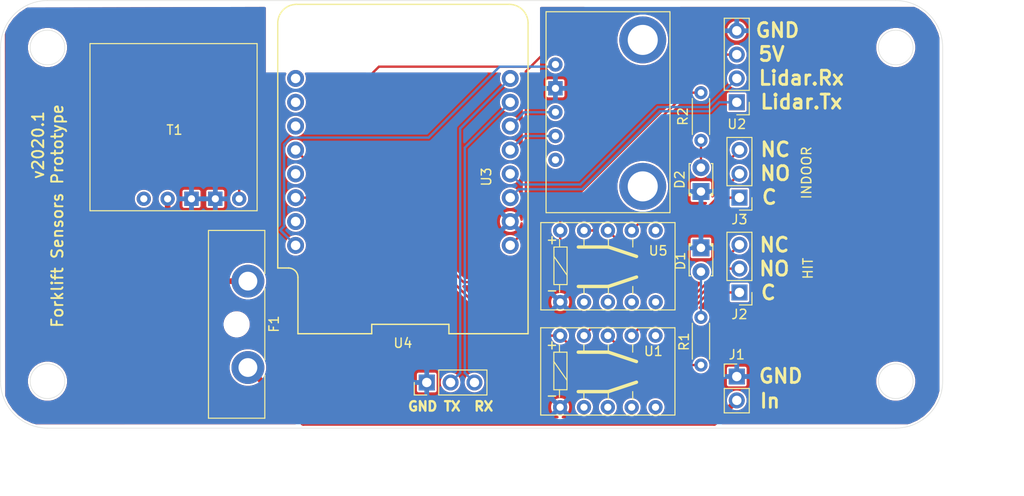
<source format=kicad_pcb>
(kicad_pcb (version 20171130) (host pcbnew "(5.1.4)-1")
  (title_block (title "Prototipo torito") (date 2020-03-03) (rev 1))
  (layers (0 F.Cu signal) (31 B.Cu signal) (34 B.Paste user) (35 F.Paste user) (36 B.SilkS user) (37 F.SilkS user) (38 B.Mask user) (39 F.Mask user) (44 Edge.Cuts user))
  (net 0 "")
  (net 1 "Net-(D1-Pad2)")
  (net 2 GND)
  (net 3 "Net-(D2-Pad2)")
  (net 4 /12V)
  (net 5 "Net-(J2-Pad3)")
  (net 6 "Net-(J2-Pad2)")
  (net 7 "Net-(J2-Pad1)")
  (net 8 "Net-(J3-Pad3)")
  (net 9 "Net-(J3-Pad2)")
  (net 10 "Net-(J3-Pad1)")
  (net 11 /hit)
  (net 12 /HitRst)
  (net 13 /5V)
  (net 14 "Net-(T1-Pad3)")
  (net 15 /3V3)
  (net 16 /Rx)
  (net 17 /Tx)
  (net 18 /SDA)
  (net 19 /SCL)
  (net 20 "Net-(U3-Pad5)")
  (net 21 "Net-(U4-Pad9)")
  (net 22 "Net-(U4-Pad11)")
  (net 23 "Net-(U4-Pad13)")
  (net 24 "Net-(U4-Pad15)")
  (net 25 "Net-(U1-Pad8)")
  (net 26 "Net-(U1-Pad6)")
  (net 27 "Net-(U1-Pad7)")
  (net 28 "Net-(U5-Pad8)")
  (net 29 "Net-(U5-Pad6)")
  (net 30 "Net-(U5-Pad7)")
  (net 31 "Net-(J4-Pad2)")
  (net 32 /indoor)
  (net 33 "Net-(J4-Pad3)")
  (net 34 "Net-(F1-Pad2)")
  (module Componentes:SEN0168 (layer F.Cu) (at 125.1 86.05 90)
    (fp_text reference U3 (at 3.81 -6.35 90) (layer F.SilkS))
    (fp_text value SEN0168)
    (fp_line (start 0 13.2) (end 0 0) (layer F.SilkS) (width 0.12))
    (fp_line (start 21.4 13.2) (end 0 13.2) (layer F.SilkS) (width 0.12))
    (fp_line (start 21.4 0) (end 21.4 13.2) (layer F.SilkS) (width 0.12))
    (fp_line (start 0 0) (end 21.4 0) (layer F.SilkS) (width 0.12))
    (pad "" thru_hole circle (at 18.4 10.3 90) (size 5 5) (drill 3.2) (layers *.Cu *.Mask))
    (pad "" thru_hole circle (at 2.8 10.3 90) (size 5 5) (drill 3.2) (layers *.Cu *.Mask))
    (pad 5 thru_hole circle (at 5.62 1 90) (size 1.524 1.524) (drill 0.762) (layers *.Cu *.Mask) (net 20 "Net-(U3-Pad5)"))
    (pad 4 thru_hole circle (at 8.16 1 90) (size 1.524 1.524) (drill 0.762) (layers *.Cu *.Mask) (net 18 /SDA))
    (pad 1 thru_hole circle (at 15.78 1 90) (size 1.524 1.524) (drill 0.762) (layers *.Cu *.Mask) (net 15 /3V3))
    (pad 2 thru_hole rect (at 13.24 1 90) (size 1.524 1.524) (drill 0.762) (layers *.Cu *.Mask) (net 2 GND))
    (pad 3 thru_hole circle (at 10.7 1 90) (size 1.524 1.524) (drill 0.762) (layers *.Cu *.Mask) (net 19 /SCL))
  )
  (module Componentes:RSM850_Relay (layer F.Cu) (at 124.53 98.31)
    (fp_text reference U1 (at 12 2.5) (layer F.SilkS))
    (fp_text value RSM850_Relay)
    (fp_line (start 7.2 6.8) (end 10.2 5.8) (layer F.SilkS) (width 0.36))
    (fp_line (start 4 6.8) (end 7.2 6.8) (layer F.SilkS) (width 0.36))
    (fp_line (start 4.6 6.8) (end 4.6 7.6) (layer F.SilkS) (width 0.12))
    (fp_line (start 7.2 6.8) (end 7.2 7.6) (layer F.SilkS) (width 0.12))
    (fp_line (start 9.8 6.8) (end 9.8 7.6) (layer F.SilkS) (width 0.12))
    (fp_line (start 9.8 2.6) (end 9.8 1.8) (layer F.SilkS) (width 0.12))
    (fp_line (start 7.2 2.6) (end 7.2 1.8) (layer F.SilkS) (width 0.12))
    (fp_line (start 4.6 2.6) (end 4.6 1.8) (layer F.SilkS) (width 0.12))
    (fp_line (start 7.2 2.6) (end 10.2 3.6) (layer F.SilkS) (width 0.36))
    (fp_line (start 4 2.6) (end 7.2 2.6) (layer F.SilkS) (width 0.36))
    (fp_text user - (at 1.2 7.2) (layer F.SilkS))
    (fp_text user + (at 1.2 1.8) (layer F.SilkS))
    (fp_line (start 2 6.6) (end 2 7.4) (layer F.SilkS) (width 0.12))
    (fp_line (start 2 2.6) (end 2 1.8) (layer F.SilkS) (width 0.12))
    (fp_line (start 1.4 3.6) (end 2.8 5.6) (layer F.SilkS) (width 0.12))
    (fp_line (start 1.4 2.6) (end 1.6 2.6) (layer F.SilkS) (width 0.12))
    (fp_line (start 1.4 6.6) (end 1.4 2.6) (layer F.SilkS) (width 0.12))
    (fp_line (start 2.8 6.6) (end 1.4 6.6) (layer F.SilkS) (width 0.12))
    (fp_line (start 2.8 2.6) (end 2.8 6.6) (layer F.SilkS) (width 0.12))
    (fp_line (start 1.6 2.6) (end 2.8 2.6) (layer F.SilkS) (width 0.12))
    (fp_line (start 0 9.3) (end 0 0) (layer F.SilkS) (width 0.12))
    (fp_line (start 14.3 9.3) (end 0 9.3) (layer F.SilkS) (width 0.12))
    (fp_line (start 14.3 0) (end 14.3 9.3) (layer F.SilkS) (width 0.12))
    (fp_line (start 0 0) (end 14.3 0) (layer F.SilkS) (width 0.12))
    (pad "" thru_hole circle (at 12.23 8.46) (size 1.524 1.524) (drill 0.762) (layers *.Cu *.Mask))
    (pad 8 thru_hole circle (at 9.69 8.46) (size 1.524 1.524) (drill 0.762) (layers *.Cu *.Mask) (net 25 "Net-(U1-Pad8)"))
    (pad 2 thru_hole circle (at 2.07 8.46) (size 1.524 1.524) (drill 0.762) (layers *.Cu *.Mask) (net 2 GND))
    (pad 6 thru_hole circle (at 4.61 8.46) (size 1.524 1.524) (drill 0.762) (layers *.Cu *.Mask) (net 26 "Net-(U1-Pad6)"))
    (pad 7 thru_hole circle (at 7.15 8.46) (size 1.524 1.524) (drill 0.762) (layers *.Cu *.Mask) (net 27 "Net-(U1-Pad7)"))
    (pad 1 thru_hole circle (at 2.07 0.84) (size 1.524 1.524) (drill 0.762) (layers *.Cu *.Mask) (net 11 /hit))
    (pad 3 thru_hole circle (at 4.61 0.84) (size 1.524 1.524) (drill 0.762) (layers *.Cu *.Mask) (net 5 "Net-(J2-Pad3)"))
    (pad "" thru_hole circle (at 12.23 0.84) (size 1.524 1.524) (drill 0.762) (layers *.Cu *.Mask))
    (pad 5 thru_hole circle (at 9.69 0.84) (size 1.524 1.524) (drill 0.762) (layers *.Cu *.Mask) (net 6 "Net-(J2-Pad2)"))
    (pad 4 thru_hole circle (at 7.15 0.84) (size 1.524 1.524) (drill 0.762) (layers *.Cu *.Mask) (net 7 "Net-(J2-Pad1)"))
  )
  (module Wemos:wemos-d1-mini-with-pin-header-and-connector (layer F.Cu) (at 109.855 80.645 90)
    (fp_text reference U4 (at -19.3 0) (layer F.SilkS))
    (fp_text value WeMos_mini)
    (fp_line (start -11.3 -13.33) (end -11.3 -13.33) (layer F.SilkS) (width 0.15))
    (fp_line (start -11.3 -12.17) (end -11.3 -13.33) (layer F.SilkS) (width 0.15))
    (fp_arc (start -12.3 -12.18) (end -11.3 -12.18) (angle 90) (layer F.SilkS) (width 0.15))
    (fp_line (start -18.3 -11.18) (end -12.3 -11.18) (layer F.SilkS) (width 0.15))
    (fp_arc (start 14.78 11.33) (end 16.78 11.33) (angle 90) (layer F.SilkS) (width 0.15))
    (fp_arc (start 14.78 -11.33) (end 14.78 -13.33) (angle 90) (layer F.SilkS) (width 0.15))
    (fp_line (start -18.3 4.9) (end -18.3 13.329999) (layer F.SilkS) (width 0.15))
    (fp_line (start -17.3 4.9) (end -18.3 4.9) (layer F.SilkS) (width 0.15))
    (fp_line (start -17.3 -3.32) (end -17.3 4.9) (layer F.SilkS) (width 0.15))
    (fp_line (start -18.3 -3.32) (end -17.3 -3.32) (layer F.SilkS) (width 0.15))
    (fp_line (start -18.3 -11.18) (end -18.3 -3.32) (layer F.SilkS) (width 0.15))
    (fp_line (start 14.78 -13.33) (end -11.3 -13.33) (layer F.SilkS) (width 0.15))
    (fp_line (start 16.78 11.33) (end 16.78 -11.33) (layer F.SilkS) (width 0.15))
    (fp_line (start -18.3 13.33) (end 14.78 13.33) (layer F.SilkS) (width 0.15))
    (pad 8 thru_hole circle (at 8.89 11.43 90) (size 1.8 1.8) (drill 1.016) (layers *.Cu *.Mask) (net 31 "Net-(J4-Pad2)"))
    (pad 9 thru_hole circle (at 8.89 -11.43 90) (size 1.8 1.8) (drill 1.016) (layers *.Cu *.Mask) (net 21 "Net-(U4-Pad9)"))
    (pad 7 thru_hole circle (at 6.35 11.43 90) (size 1.8 1.8) (drill 1.016) (layers *.Cu *.Mask) (net 33 "Net-(J4-Pad3)"))
    (pad 10 thru_hole circle (at 6.35 -11.43 90) (size 1.8 1.8) (drill 1.016) (layers *.Cu *.Mask) (net 12 /HitRst))
    (pad 6 thru_hole circle (at 3.81 11.43 90) (size 1.8 1.8) (drill 1.016) (layers *.Cu *.Mask) (net 19 /SCL))
    (pad 11 thru_hole circle (at 3.81 -11.43 90) (size 1.8 1.8) (drill 1.016) (layers *.Cu *.Mask) (net 22 "Net-(U4-Pad11)"))
    (pad 5 thru_hole circle (at 1.27 11.43 90) (size 1.8 1.8) (drill 1.016) (layers *.Cu *.Mask) (net 18 /SDA))
    (pad 12 thru_hole circle (at 1.27 -11.43 90) (size 1.8 1.8) (drill 1.016) (layers *.Cu *.Mask) (net 32 /indoor))
    (pad 4 thru_hole circle (at -1.27 11.43 90) (size 1.8 1.8) (drill 1.016) (layers *.Cu *.Mask) (net 17 /Tx))
    (pad 13 thru_hole circle (at -1.27 -11.43 90) (size 1.8 1.8) (drill 1.016) (layers *.Cu *.Mask) (net 23 "Net-(U4-Pad13)"))
    (pad 3 thru_hole circle (at -3.81 11.43 90) (size 1.8 1.8) (drill 1.016) (layers *.Cu *.Mask) (net 16 /Rx))
    (pad 14 thru_hole circle (at -3.81 -11.43 90) (size 1.8 1.8) (drill 1.016) (layers *.Cu *.Mask) (net 11 /hit))
    (pad 2 thru_hole circle (at -6.35 11.43 90) (size 1.8 1.8) (drill 1.016) (layers *.Cu *.Mask) (net 2 GND))
    (pad 15 thru_hole circle (at -6.35 -11.43 90) (size 1.8 1.8) (drill 1.016) (layers *.Cu *.Mask) (net 24 "Net-(U4-Pad15)"))
    (pad 1 thru_hole circle (at -8.89 11.43 90) (size 1.8 1.8) (drill 1.016) (layers *.Cu *.Mask) (net 13 /5V))
    (pad 16 thru_hole circle (at -8.89 -11.43 90) (size 1.8 1.8) (drill 1.016) (layers *.Cu *.Mask) (net 15 /3V3))
  )
  (module Fuse:Fuseholder_Blade_ATO_Littelfuse_Pudenz_2_Pin (layer F.Cu) (at 93.345 93.345 270)
    (fp_text reference F1 (at 4.57 -2.78 90) (layer F.SilkS))
    (fp_text value Fuse)
    (fp_line (start 10.02 -1.8) (end 14.6 -1.8) (layer F.SilkS) (width 0.12))
    (fp_line (start 0.81 -1.8) (end 8.38 -1.8) (layer F.SilkS) (width 0.12))
    (fp_line (start -5.4 4.2) (end -5.4 -1.8) (layer F.SilkS) (width 0.12))
    (fp_line (start 14.6 4.2) (end -5.4 4.2) (layer F.SilkS) (width 0.12))
    (fp_line (start 14.6 -1.8) (end 14.6 4.2) (layer F.SilkS) (width 0.12))
    (fp_line (start -5.4 -1.8) (end -0.81 -1.8) (layer F.SilkS) (width 0.12))
    (pad 2 thru_hole circle (at 9.2 0 270) (size 3.5 3.5) (drill 2) (layers *.Cu *.Mask) (net 34 "Net-(F1-Pad2)"))
    (pad "" np_thru_hole circle (at 4.6 1.2 270) (size 2.4 2.4) (drill 2.4) (layers *.Cu *.Mask))
    (pad 1 thru_hole circle (at 0 0 270) (size 3.5 3.5) (drill 2) (layers *.Cu *.Mask) (net 4 /12V))
  )
  (module Connector_PinHeader_2.54mm:PinHeader_1x02_P2.54mm_Vertical (layer F.Cu) (at 145.415 103.505)
    (fp_text reference J1 (at 0 -2.33) (layer F.SilkS))
    (fp_text value Input)
    (fp_line (start -1.33 -1.33) (end 0 -1.33) (layer F.SilkS) (width 0.12))
    (fp_line (start -1.33 0) (end -1.33 -1.33) (layer F.SilkS) (width 0.12))
    (fp_line (start -1.33 1.27) (end 1.33 1.27) (layer F.SilkS) (width 0.12))
    (fp_line (start 1.33 1.27) (end 1.33 3.87) (layer F.SilkS) (width 0.12))
    (fp_line (start -1.33 1.27) (end -1.33 3.87) (layer F.SilkS) (width 0.12))
    (fp_line (start -1.33 3.87) (end 1.33 3.87) (layer F.SilkS) (width 0.12))
    (pad 2 thru_hole oval (at 0 2.54) (size 1.7 1.7) (drill 1) (layers *.Cu *.Mask) (net 34 "Net-(F1-Pad2)"))
    (pad 1 thru_hole rect (at 0 0) (size 1.7 1.7) (drill 1) (layers *.Cu *.Mask) (net 2 GND))
  )
  (module Connector_PinHeader_2.54mm:PinHeader_1x03_P2.54mm_Vertical (layer F.Cu) (at 112.395 104.14 90)
    (fp_text reference J4 hide)
    (fp_text value Conn_01x03_Female hide)
    (fp_line (start -1.33 -1.33) (end 0 -1.33) (layer F.SilkS) (width 0.12))
    (fp_line (start -1.33 0) (end -1.33 -1.33) (layer F.SilkS) (width 0.12))
    (fp_line (start -1.33 1.27) (end 1.33 1.27) (layer F.SilkS) (width 0.12))
    (fp_line (start 1.33 1.27) (end 1.33 6.41) (layer F.SilkS) (width 0.12))
    (fp_line (start -1.33 1.27) (end -1.33 6.41) (layer F.SilkS) (width 0.12))
    (fp_line (start -1.33 6.41) (end 1.33 6.41) (layer F.SilkS) (width 0.12))
    (pad 3 thru_hole oval (at 0 5.08 90) (size 1.7 1.7) (drill 1) (layers *.Cu *.Mask) (net 33 "Net-(J4-Pad3)"))
    (pad 2 thru_hole oval (at 0 2.54 90) (size 1.7 1.7) (drill 1) (layers *.Cu *.Mask) (net 31 "Net-(J4-Pad2)"))
    (pad 1 thru_hole rect (at 0 0 90) (size 1.7 1.7) (drill 1) (layers *.Cu *.Mask) (net 2 GND))
  )
  (module Componentes:RSM850_Relay (layer F.Cu) (at 124.54 87.11)
    (fp_text reference U5 (at 12.5 3) (layer F.SilkS))
    (fp_text value RSM850_Relay)
    (fp_line (start 7.2 6.8) (end 10.2 5.8) (layer F.SilkS) (width 0.36))
    (fp_line (start 4 6.8) (end 7.2 6.8) (layer F.SilkS) (width 0.36))
    (fp_line (start 4.6 6.8) (end 4.6 7.6) (layer F.SilkS) (width 0.12))
    (fp_line (start 7.2 6.8) (end 7.2 7.6) (layer F.SilkS) (width 0.12))
    (fp_line (start 9.8 6.8) (end 9.8 7.6) (layer F.SilkS) (width 0.12))
    (fp_line (start 9.8 2.6) (end 9.8 1.8) (layer F.SilkS) (width 0.12))
    (fp_line (start 7.2 2.6) (end 7.2 1.8) (layer F.SilkS) (width 0.12))
    (fp_line (start 4.6 2.6) (end 4.6 1.8) (layer F.SilkS) (width 0.12))
    (fp_line (start 7.2 2.6) (end 10.2 3.6) (layer F.SilkS) (width 0.36))
    (fp_line (start 4 2.6) (end 7.2 2.6) (layer F.SilkS) (width 0.36))
    (fp_text user - (at 1.2 7.2) (layer F.SilkS))
    (fp_text user + (at 1.2 1.8) (layer F.SilkS))
    (fp_line (start 2 6.6) (end 2 7.4) (layer F.SilkS) (width 0.12))
    (fp_line (start 2 2.6) (end 2 1.8) (layer F.SilkS) (width 0.12))
    (fp_line (start 1.4 3.6) (end 2.8 5.6) (layer F.SilkS) (width 0.12))
    (fp_line (start 1.4 2.6) (end 1.6 2.6) (layer F.SilkS) (width 0.12))
    (fp_line (start 1.4 6.6) (end 1.4 2.6) (layer F.SilkS) (width 0.12))
    (fp_line (start 2.8 6.6) (end 1.4 6.6) (layer F.SilkS) (width 0.12))
    (fp_line (start 2.8 2.6) (end 2.8 6.6) (layer F.SilkS) (width 0.12))
    (fp_line (start 1.6 2.6) (end 2.8 2.6) (layer F.SilkS) (width 0.12))
    (fp_line (start 0 9.3) (end 0 0) (layer F.SilkS) (width 0.12))
    (fp_line (start 14.3 9.3) (end 0 9.3) (layer F.SilkS) (width 0.12))
    (fp_line (start 14.3 0) (end 14.3 9.3) (layer F.SilkS) (width 0.12))
    (fp_line (start 0 0) (end 14.3 0) (layer F.SilkS) (width 0.12))
    (pad "" thru_hole circle (at 12.23 8.46) (size 1.524 1.524) (drill 0.762) (layers *.Cu *.Mask))
    (pad 8 thru_hole circle (at 9.69 8.46) (size 1.524 1.524) (drill 0.762) (layers *.Cu *.Mask) (net 28 "Net-(U5-Pad8)"))
    (pad 2 thru_hole circle (at 2.07 8.46) (size 1.524 1.524) (drill 0.762) (layers *.Cu *.Mask) (net 2 GND))
    (pad 6 thru_hole circle (at 4.61 8.46) (size 1.524 1.524) (drill 0.762) (layers *.Cu *.Mask) (net 29 "Net-(U5-Pad6)"))
    (pad 7 thru_hole circle (at 7.15 8.46) (size 1.524 1.524) (drill 0.762) (layers *.Cu *.Mask) (net 30 "Net-(U5-Pad7)"))
    (pad 1 thru_hole circle (at 2.07 0.84) (size 1.524 1.524) (drill 0.762) (layers *.Cu *.Mask) (net 32 /indoor))
    (pad 3 thru_hole circle (at 4.61 0.84) (size 1.524 1.524) (drill 0.762) (layers *.Cu *.Mask) (net 8 "Net-(J3-Pad3)"))
    (pad "" thru_hole circle (at 12.23 0.84) (size 1.524 1.524) (drill 0.762) (layers *.Cu *.Mask))
    (pad 5 thru_hole circle (at 9.69 0.84) (size 1.524 1.524) (drill 0.762) (layers *.Cu *.Mask) (net 9 "Net-(J3-Pad2)"))
    (pad 4 thru_hole circle (at 7.15 0.84) (size 1.524 1.524) (drill 0.762) (layers *.Cu *.Mask) (net 10 "Net-(J3-Pad1)"))
  )
  (module Pololu:Transformer_Pololu_D24V25Fx (layer F.Cu) (at 85.725 80.645 180)
    (fp_text reference T1 (at 0.2 3.4) (layer F.SilkS))
    (fp_text value D24V25F5)
    (fp_line (start 9.2 12.6) (end 9.2 -5.2) (layer F.SilkS) (width 0.12))
    (fp_line (start -8.6 12.6) (end 9.2 12.6) (layer F.SilkS) (width 0.12))
    (fp_line (start -8.6 -5.2) (end -8.6 12.6) (layer F.SilkS) (width 0.12))
    (fp_line (start -8.6 -5.2) (end 9.2 -5.2) (layer F.SilkS) (width 0.12))
    (pad 3 thru_hole circle (at 3.47 -3.93 180) (size 1.524 1.524) (drill 0.762) (layers *.Cu *.Mask) (net 14 "Net-(T1-Pad3)"))
    (pad 1 thru_hole circle (at 0.93 -3.93 180) (size 1.524 1.524) (drill 0.762) (layers *.Cu *.Mask) (net 4 /12V))
    (pad 2 thru_hole rect (at -1.61 -3.93 180) (size 1.524 1.524) (drill 0.762) (layers *.Cu *.Mask) (net 2 GND))
    (pad 2 thru_hole rect (at -4.15 -3.93 180) (size 1.524 1.524) (drill 0.762) (layers *.Cu *.Mask) (net 2 GND))
    (pad 4 thru_hole circle (at -6.69 -3.93 180) (size 1.524 1.524) (drill 0.762) (layers *.Cu *.Mask) (net 13 /5V))
  )
  (module Connector_PinHeader_2.54mm:PinHeader_1x03_P2.54mm_Vertical (layer F.Cu) (at 145.7 84.45 180)
    (fp_text reference J3 (at 0 -2.33) (layer F.SilkS))
    (fp_text value Conn_01x03_Female)
    (fp_line (start -1.33 -1.33) (end 0 -1.33) (layer F.SilkS) (width 0.12))
    (fp_line (start -1.33 0) (end -1.33 -1.33) (layer F.SilkS) (width 0.12))
    (fp_line (start -1.33 1.27) (end 1.33 1.27) (layer F.SilkS) (width 0.12))
    (fp_line (start 1.33 1.27) (end 1.33 6.41) (layer F.SilkS) (width 0.12))
    (fp_line (start -1.33 1.27) (end -1.33 6.41) (layer F.SilkS) (width 0.12))
    (fp_line (start -1.33 6.41) (end 1.33 6.41) (layer F.SilkS) (width 0.12))
    (pad 3 thru_hole oval (at 0 5.08 180) (size 1.7 1.7) (drill 1) (layers *.Cu *.Mask) (net 8 "Net-(J3-Pad3)"))
    (pad 2 thru_hole oval (at 0 2.54 180) (size 1.7 1.7) (drill 1) (layers *.Cu *.Mask) (net 9 "Net-(J3-Pad2)"))
    (pad 1 thru_hole rect (at 0 0 180) (size 1.7 1.7) (drill 1) (layers *.Cu *.Mask) (net 10 "Net-(J3-Pad1)"))
  )
  (module Connector_PinHeader_2.54mm:PinHeader_1x04_P2.54mm_Vertical (layer F.Cu) (at 145.415 74.295 180)
    (fp_text reference U2 (at 0 -2.33) (layer F.SilkS))
    (fp_text value LidarTFMini)
    (fp_line (start -1.33 -1.33) (end 0 -1.33) (layer F.SilkS) (width 0.12))
    (fp_line (start -1.33 0) (end -1.33 -1.33) (layer F.SilkS) (width 0.12))
    (fp_line (start -1.33 1.27) (end 1.33 1.27) (layer F.SilkS) (width 0.12))
    (fp_line (start 1.33 1.27) (end 1.33 8.95) (layer F.SilkS) (width 0.12))
    (fp_line (start -1.33 1.27) (end -1.33 8.95) (layer F.SilkS) (width 0.12))
    (fp_line (start -1.33 8.95) (end 1.33 8.95) (layer F.SilkS) (width 0.12))
    (pad 4 thru_hole oval (at 0 7.62 180) (size 1.7 1.7) (drill 1) (layers *.Cu *.Mask) (net 2 GND))
    (pad 3 thru_hole oval (at 0 5.08 180) (size 1.7 1.7) (drill 1) (layers *.Cu *.Mask) (net 13 /5V))
    (pad 2 thru_hole oval (at 0 2.54 180) (size 1.7 1.7) (drill 1) (layers *.Cu *.Mask) (net 17 /Tx))
    (pad 1 thru_hole rect (at 0 0 180) (size 1.7 1.7) (drill 1) (layers *.Cu *.Mask) (net 16 /Rx))
  )
  (module Resistor_THT:R_Axial_DIN0204_L3.6mm_D1.6mm_P5.08mm_Horizontal (layer F.Cu) (at 141.6 78.35 90)
    (fp_text reference R2 (at 2.54 -1.92 270) (layer F.SilkS))
    (fp_text value R_Small)
    (fp_line (start 0.62 0.92) (end 4.46 0.92) (layer F.SilkS) (width 0.12))
    (fp_line (start 0.62 -0.92) (end 4.46 -0.92) (layer F.SilkS) (width 0.12))
    (pad 2 thru_hole oval (at 5.08 0 90) (size 1.4 1.4) (drill 0.7) (layers *.Cu *.Mask) (net 32 /indoor))
    (pad 1 thru_hole circle (at 0 0 90) (size 1.4 1.4) (drill 0.7) (layers *.Cu *.Mask) (net 3 "Net-(D2-Pad2)"))
  )
  (module Resistor_THT:R_Axial_DIN0204_L3.6mm_D1.6mm_P5.08mm_Horizontal (layer F.Cu) (at 141.6 97.2 270)
    (fp_text reference R1 (at 2.6 1.8 270) (layer F.SilkS))
    (fp_text value R_Small)
    (fp_line (start 0.62 0.92) (end 4.46 0.92) (layer F.SilkS) (width 0.12))
    (fp_line (start 0.62 -0.92) (end 4.46 -0.92) (layer F.SilkS) (width 0.12))
    (pad 2 thru_hole oval (at 5.08 0 270) (size 1.4 1.4) (drill 0.7) (layers *.Cu *.Mask) (net 11 /hit))
    (pad 1 thru_hole circle (at 0 0 270) (size 1.4 1.4) (drill 0.7) (layers *.Cu *.Mask) (net 1 "Net-(D1-Pad2)"))
  )
  (module Connector_PinHeader_2.54mm:PinHeader_1x03_P2.54mm_Vertical (layer F.Cu) (at 145.7 94.55 180)
    (fp_text reference J2 (at 0 -2.33) (layer F.SilkS))
    (fp_text value Relay_hit)
    (fp_line (start -1.33 -1.33) (end 0 -1.33) (layer F.SilkS) (width 0.12))
    (fp_line (start -1.33 0) (end -1.33 -1.33) (layer F.SilkS) (width 0.12))
    (fp_line (start -1.33 1.27) (end 1.33 1.27) (layer F.SilkS) (width 0.12))
    (fp_line (start 1.33 1.27) (end 1.33 6.41) (layer F.SilkS) (width 0.12))
    (fp_line (start -1.33 1.27) (end -1.33 6.41) (layer F.SilkS) (width 0.12))
    (fp_line (start -1.33 6.41) (end 1.33 6.41) (layer F.SilkS) (width 0.12))
    (pad 3 thru_hole oval (at 0 5.08 180) (size 1.7 1.7) (drill 1) (layers *.Cu *.Mask) (net 5 "Net-(J2-Pad3)"))
    (pad 2 thru_hole oval (at 0 2.54 180) (size 1.7 1.7) (drill 1) (layers *.Cu *.Mask) (net 6 "Net-(J2-Pad2)"))
    (pad 1 thru_hole rect (at 0 0 180) (size 1.7 1.7) (drill 1) (layers *.Cu *.Mask) (net 7 "Net-(J2-Pad1)"))
  )
  (module LED_THT:LED_D1.8mm_W3.3mm_H2.4mm (layer F.Cu) (at 141.6 83.8 90)
    (fp_text reference D2 (at 1.27 -2.26 90) (layer F.SilkS))
    (fp_text value LED)
    (fp_line (start -0.2 1.08) (end -0.2 1.26) (layer F.SilkS) (width 0.12))
    (fp_line (start -0.2 -1.26) (end -0.2 -1.08) (layer F.SilkS) (width 0.12))
    (fp_line (start -0.32 1.08) (end -0.32 1.26) (layer F.SilkS) (width 0.12))
    (fp_line (start -0.32 -1.26) (end -0.32 -1.08) (layer F.SilkS) (width 0.12))
    (fp_line (start 2.98 1.095) (end 2.98 1.26) (layer F.SilkS) (width 0.12))
    (fp_line (start 2.98 -1.26) (end 2.98 -1.095) (layer F.SilkS) (width 0.12))
    (fp_line (start -0.44 1.08) (end -0.44 1.26) (layer F.SilkS) (width 0.12))
    (fp_line (start -0.44 -1.26) (end -0.44 -1.08) (layer F.SilkS) (width 0.12))
    (fp_line (start -0.44 1.26) (end 2.98 1.26) (layer F.SilkS) (width 0.12))
    (fp_line (start -0.44 -1.26) (end 2.98 -1.26) (layer F.SilkS) (width 0.12))
    (pad 2 thru_hole circle (at 2.54 0 90) (size 1.8 1.8) (drill 0.9) (layers *.Cu *.Mask) (net 3 "Net-(D2-Pad2)"))
    (pad 1 thru_hole rect (at 0 0 90) (size 1.8 1.8) (drill 0.9) (layers *.Cu *.Mask) (net 2 GND))
  )
  (module LED_THT:LED_D1.8mm_W3.3mm_H2.4mm (layer F.Cu) (at 141.6 89.8 270)
    (fp_text reference D1 (at 1.4 2.2 90) (layer F.SilkS))
    (fp_text value LED)
    (fp_line (start -0.2 1.08) (end -0.2 1.26) (layer F.SilkS) (width 0.12))
    (fp_line (start -0.2 -1.26) (end -0.2 -1.08) (layer F.SilkS) (width 0.12))
    (fp_line (start -0.32 1.08) (end -0.32 1.26) (layer F.SilkS) (width 0.12))
    (fp_line (start -0.32 -1.26) (end -0.32 -1.08) (layer F.SilkS) (width 0.12))
    (fp_line (start 2.98 1.095) (end 2.98 1.26) (layer F.SilkS) (width 0.12))
    (fp_line (start 2.98 -1.26) (end 2.98 -1.095) (layer F.SilkS) (width 0.12))
    (fp_line (start -0.44 1.08) (end -0.44 1.26) (layer F.SilkS) (width 0.12))
    (fp_line (start -0.44 -1.26) (end -0.44 -1.08) (layer F.SilkS) (width 0.12))
    (fp_line (start -0.44 1.26) (end 2.98 1.26) (layer F.SilkS) (width 0.12))
    (fp_line (start -0.44 -1.26) (end 2.98 -1.26) (layer F.SilkS) (width 0.12))
    (pad 2 thru_hole circle (at 2.54 0 270) (size 1.8 1.8) (drill 0.9) (layers *.Cu *.Mask) (net 1 "Net-(D1-Pad2)"))
    (pad 1 thru_hole rect (at 0 0 270) (size 1.8 1.8) (drill 0.9) (layers *.Cu *.Mask) (net 2 GND))
  )
  (gr_text v2020.1 (at 71 78.85 90) (layer F.SilkS) (effects (font (size 1.2 1.2) (thickness 0.2))))
  (gr_text "Forklift Sensors Prototype" (at 73.05 86.4 90) (layer F.SilkS) (effects (font (size 1.2 1.2) (thickness 0.2))))
  (gr_text Lidar.Tx (at 152.29 74.245) (layer F.SilkS) (effects (font (size 1.5 1.5) (thickness 0.3))))
  (gr_text Lidar.Rx (at 152.29 71.705) (layer F.SilkS) (effects (font (size 1.5 1.5) (thickness 0.3))))
  (gr_text 5V (at 149.115 69.165) (layer F.SilkS) (effects (font (size 1.5 1.5) (thickness 0.3))))
  (gr_text GND (at 149.75 66.625) (layer F.SilkS) (effects (font (size 1.5 1.5) (thickness 0.3))))
  (gr_text HIT (at 153 92 90) (layer F.SilkS) (effects (font (size 1 1))))
  (gr_text NO (at 149.515 81.865) (layer F.SilkS) (effects (font (size 1.5 1.5) (thickness 0.3))))
  (gr_text NC (at 149.515 79.325) (layer F.SilkS) (effects (font (size 1.5 1.5) (thickness 0.3))))
  (gr_text C (at 148.88 84.405) (layer F.SilkS) (effects (font (size 1.5 1.5) (thickness 0.3))))
  (gr_text NC (at 149.415 89.485) (layer F.SilkS) (effects (font (size 1.5 1.5) (thickness 0.3))))
  (gr_text NO (at 149.415 92.025) (layer F.SilkS) (effects (font (size 1.5 1.5) (thickness 0.3))))
  (gr_text C (at 148.78 94.565) (layer F.SilkS) (effects (font (size 1.5 1.5) (thickness 0.3))))
  (gr_text In (at 148.95 106.1) (layer F.SilkS) (effects (font (size 1.5 1.5) (thickness 0.3))))
  (gr_text GND (at 150.1 103.45) (layer F.SilkS) (effects (font (size 1.5 1.5) (thickness 0.3))))
  (gr_text "GND TX  RX" (at 114.935 106.68) (layer F.SilkS) (effects (font (size 1 1) (thickness 0.25))))
  (gr_text INDOOR (at 152.85 81.8 90) (layer F.SilkS) (effects (font (size 1 1))))
  (gr_arc (start 162.35 68.46) (end 167.35 68.46) (angle -90) (layer Edge.Cuts) (width 0.05))
  (gr_arc (start 162.35 104) (end 162.35 109) (angle -90) (layer Edge.Cuts) (width 0.05))
  (gr_arc (start 72 104) (end 67 104) (angle -90) (layer Edge.Cuts) (width 0.05))
  (gr_circle (center 162.35 68.46) (end 164.2 68.46) (layer Edge.Cuts) (width 0.05))
  (gr_circle (center 162.35 104) (end 164.2 104) (layer Edge.Cuts) (width 0.05))
  (gr_circle (center 72 104) (end 73.85 104) (layer Edge.Cuts) (width 0.05))
  (gr_circle (center 72 68.46) (end 73.85 68.46) (layer Edge.Cuts) (width 0.05))
  (gr_arc (start 72 68.46) (end 72 63.46) (angle -90) (layer Edge.Cuts) (width 0.05))
  (gr_line (start 162.35 63.46) (end 72 63.46) (layer Edge.Cuts) (width 0.05))
  (gr_line (start 167.35 104) (end 167.35 68.46) (layer Edge.Cuts) (width 0.05))
  (gr_line (start 72 109) (end 162.35 109) (layer Edge.Cuts) (width 0.05))
  (gr_line (start 67 68.46) (end 67 104) (layer Edge.Cuts) (width 0.05))
  (segment (start 141.6 96.210051) (end 141.6 92.34) (width 0.25) (layer B.Cu) (net 1))
  (segment (start 141.6 97.2) (end 141.6 96.210051) (width 0.25) (layer B.Cu) (net 1))
  (segment (start 141.6 79.339949) (end 141.6 81.26) (width 0.25) (layer F.Cu) (net 3))
  (segment (start 141.6 78.35) (end 141.6 79.339949) (width 0.25) (layer F.Cu) (net 3))
  (segment (start 84.795 88.945) (end 84.795 84.575) (width 0.6) (layer F.Cu) (net 4))
  (segment (start 89.195 93.345) (end 84.795 88.945) (width 0.6) (layer F.Cu) (net 4))
  (segment (start 93.345 93.345) (end 89.195 93.345) (width 0.6) (layer F.Cu) (net 4))
  (segment (start 129.14 99.15) (end 131.632999 96.657001) (width 0.25) (layer F.Cu) (net 5))
  (segment (start 144.850001 90.877179) (end 144.850001 90.319999) (width 0.25) (layer F.Cu) (net 5))
  (segment (start 144.850001 90.319999) (end 145.7 89.47) (width 0.25) (layer F.Cu) (net 5))
  (segment (start 139.070179 96.657001) (end 144.850001 90.877179) (width 0.25) (layer F.Cu) (net 5))
  (segment (start 131.632999 96.657001) (end 139.070179 96.657001) (width 0.25) (layer F.Cu) (net 5))
  (segment (start 144.497919 92.01) (end 145.7 92.01) (width 0.25) (layer F.Cu) (net 6))
  (segment (start 134.22 99.15) (end 136.262989 97.107011) (width 0.25) (layer F.Cu) (net 6))
  (segment (start 136.262989 97.107011) (end 139.256579 97.107011) (width 0.25) (layer F.Cu) (net 6))
  (segment (start 144.35359 92.01) (end 144.497919 92.01) (width 0.25) (layer F.Cu) (net 6))
  (segment (start 139.256579 97.107011) (end 144.35359 92.01) (width 0.25) (layer F.Cu) (net 6))
  (segment (start 138.45 99.55) (end 138.45 98.55) (width 0.25) (layer F.Cu) (net 7))
  (segment (start 137.762999 100.237001) (end 138.45 99.55) (width 0.25) (layer F.Cu) (net 7))
  (segment (start 132.767001 100.237001) (end 137.762999 100.237001) (width 0.25) (layer F.Cu) (net 7))
  (segment (start 131.68 99.15) (end 132.767001 100.237001) (width 0.25) (layer F.Cu) (net 7))
  (segment (start 138.45 98.55) (end 142.45 94.55) (width 0.25) (layer F.Cu) (net 7))
  (segment (start 142.45 94.55) (end 145.7 94.55) (width 0.25) (layer F.Cu) (net 7))
  (segment (start 144.850001 80.219999) (end 145.7 79.37) (width 0.25) (layer F.Cu) (net 8))
  (segment (start 130.081238 87.95) (end 131.681238 86.35) (width 0.25) (layer F.Cu) (net 8))
  (segment (start 129.15 87.95) (end 130.081238 87.95) (width 0.25) (layer F.Cu) (net 8))
  (segment (start 131.681238 86.35) (end 141.435002 86.35) (width 0.25) (layer F.Cu) (net 8))
  (segment (start 141.435002 86.35) (end 143.99999 83.785012) (width 0.25) (layer F.Cu) (net 8))
  (segment (start 143.99999 83.785012) (end 143.99999 81.07001) (width 0.25) (layer F.Cu) (net 8))
  (segment (start 143.99999 81.07001) (end 144.850001 80.219999) (width 0.25) (layer F.Cu) (net 8))
  (segment (start 144.450001 83.159999) (end 144.850001 82.759999) (width 0.25) (layer F.Cu) (net 9))
  (segment (start 141.571413 86.85) (end 144.450001 83.971412) (width 0.25) (layer F.Cu) (net 9))
  (segment (start 135.33 86.85) (end 141.571413 86.85) (width 0.25) (layer F.Cu) (net 9))
  (segment (start 134.23 87.95) (end 135.33 86.85) (width 0.25) (layer F.Cu) (net 9))
  (segment (start 144.850001 82.759999) (end 145.7 81.91) (width 0.25) (layer F.Cu) (net 9))
  (segment (start 144.450001 83.971412) (end 144.450001 83.159999) (width 0.25) (layer F.Cu) (net 9))
  (segment (start 144.65 84.45) (end 145.7 84.45) (width 0.25) (layer F.Cu) (net 10))
  (segment (start 141.799989 87.300011) (end 144.65 84.45) (width 0.25) (layer F.Cu) (net 10))
  (segment (start 139.699989 87.300011) (end 141.799989 87.300011) (width 0.25) (layer F.Cu) (net 10))
  (segment (start 137.962999 89.037001) (end 139.699989 87.300011) (width 0.25) (layer F.Cu) (net 10))
  (segment (start 131.69 87.95) (end 132.777001 89.037001) (width 0.25) (layer F.Cu) (net 10))
  (segment (start 132.777001 89.037001) (end 137.962999 89.037001) (width 0.25) (layer F.Cu) (net 10))
  (segment (start 120.9 99.15) (end 126.6 99.15) (width 0.25) (layer F.Cu) (net 11))
  (segment (start 98.425 84.455) (end 106.205 84.455) (width 0.25) (layer F.Cu) (net 11))
  (segment (start 106.205 84.455) (end 120.9 99.15) (width 0.25) (layer F.Cu) (net 11))
  (segment (start 129.73 102.28) (end 141.6 102.28) (width 0.25) (layer F.Cu) (net 11))
  (segment (start 126.6 99.15) (end 129.73 102.28) (width 0.25) (layer F.Cu) (net 11))
  (segment (start 92.415 83.49737) (end 96.45 79.46237) (width 0.25) (layer F.Cu) (net 13))
  (segment (start 92.415 84.575) (end 92.415 83.49737) (width 0.25) (layer F.Cu) (net 13))
  (segment (start 104.209315 73.025) (end 104.775 73.025) (width 0.25) (layer F.Cu) (net 13))
  (segment (start 97.881998 73.025) (end 104.209315 73.025) (width 0.25) (layer F.Cu) (net 13))
  (segment (start 96.45 74.456998) (end 97.881998 73.025) (width 0.25) (layer F.Cu) (net 13))
  (segment (start 96.45 79.46237) (end 96.45 74.456998) (width 0.25) (layer F.Cu) (net 13))
  (segment (start 104.925 72.875) (end 104.775 73.025) (width 0.25) (layer F.Cu) (net 13))
  (segment (start 107.3 70.5) (end 123.459998 70.5) (width 0.25) (layer F.Cu) (net 13))
  (segment (start 104.775 73.025) (end 107.3 70.5) (width 0.25) (layer F.Cu) (net 13))
  (segment (start 122.95 87.87) (end 121.285 89.535) (width 0.25) (layer F.Cu) (net 13))
  (segment (start 123.459998 70.5) (end 122.95 71.009998) (width 0.25) (layer F.Cu) (net 13))
  (segment (start 122.95 71.009998) (end 122.95 87.87) (width 0.25) (layer F.Cu) (net 13))
  (segment (start 143.815 69.215) (end 145.415 69.215) (width 0.25) (layer F.Cu) (net 13))
  (segment (start 139.3 64.7) (end 143.815 69.215) (width 0.25) (layer F.Cu) (net 13))
  (segment (start 123.459998 70.5) (end 129.259998 64.7) (width 0.25) (layer F.Cu) (net 13))
  (segment (start 129.259998 64.7) (end 139.3 64.7) (width 0.25) (layer F.Cu) (net 13))
  (segment (start 125.87 70.5) (end 126.1 70.27) (width 0.25) (layer B.Cu) (net 15))
  (segment (start 112.589999 78.060001) (end 120.15 70.5) (width 0.25) (layer B.Cu) (net 15))
  (segment (start 97.926997 78.060001) (end 112.589999 78.060001) (width 0.25) (layer B.Cu) (net 15))
  (segment (start 98.425 89.535) (end 96.8 87.91) (width 0.25) (layer B.Cu) (net 15))
  (segment (start 97.199999 78.786999) (end 97.926997 78.060001) (width 0.25) (layer B.Cu) (net 15))
  (segment (start 97.199999 87.510001) (end 97.199999 78.786999) (width 0.25) (layer B.Cu) (net 15))
  (segment (start 96.8 87.91) (end 97.199999 87.510001) (width 0.25) (layer B.Cu) (net 15))
  (segment (start 120.15 70.5) (end 125.87 70.5) (width 0.25) (layer B.Cu) (net 15))
  (segment (start 143.555 74.295) (end 145.415 74.295) (width 0.25) (layer B.Cu) (net 16))
  (segment (start 142.59999 75.25001) (end 143.555 74.295) (width 0.25) (layer B.Cu) (net 16))
  (segment (start 137.24999 75.25001) (end 142.59999 75.25001) (width 0.25) (layer B.Cu) (net 16))
  (segment (start 128.944999 83.555001) (end 137.24999 75.25001) (width 0.25) (layer B.Cu) (net 16))
  (segment (start 121.285 84.455) (end 122.184999 83.555001) (width 0.25) (layer B.Cu) (net 16))
  (segment (start 122.184999 83.555001) (end 128.944999 83.555001) (width 0.25) (layer B.Cu) (net 16))
  (segment (start 144.565001 72.604999) (end 145.415 71.755) (width 0.25) (layer B.Cu) (net 17))
  (segment (start 142.37 74.8) (end 144.565001 72.604999) (width 0.25) (layer B.Cu) (net 17))
  (segment (start 137 74.8) (end 142.37 74.8) (width 0.25) (layer B.Cu) (net 17))
  (segment (start 128.75 83.05) (end 137 74.8) (width 0.25) (layer B.Cu) (net 17))
  (segment (start 121.285 81.915) (end 122.42 83.05) (width 0.25) (layer B.Cu) (net 17))
  (segment (start 122.42 83.05) (end 128.75 83.05) (width 0.25) (layer B.Cu) (net 17))
  (segment (start 122.77 77.89) (end 121.285 79.375) (width 0.25) (layer B.Cu) (net 18))
  (segment (start 126.1 77.89) (end 122.77 77.89) (width 0.25) (layer B.Cu) (net 18))
  (segment (start 122.77 75.35) (end 121.285 76.835) (width 0.25) (layer B.Cu) (net 19))
  (segment (start 126.1 75.35) (end 122.77 75.35) (width 0.25) (layer B.Cu) (net 19))
  (segment (start 115.95 103.125) (end 114.935 104.14) (width 0.25) (layer B.Cu) (net 31))
  (segment (start 115.95 77.09) (end 115.95 103.125) (width 0.25) (layer B.Cu) (net 31))
  (segment (start 121.285 71.755) (end 115.95 77.09) (width 0.25) (layer B.Cu) (net 31))
  (segment (start 126.61 88.87) (end 126.61 87.95) (width 0.25) (layer F.Cu) (net 32))
  (segment (start 122.03 93.45) (end 126.61 88.87) (width 0.25) (layer F.Cu) (net 32))
  (segment (start 116.3 93.45) (end 122.03 93.45) (width 0.25) (layer F.Cu) (net 32))
  (segment (start 103.124999 80.274999) (end 116.3 93.45) (width 0.25) (layer F.Cu) (net 32))
  (segment (start 98.425 79.375) (end 99.324999 80.274999) (width 0.25) (layer F.Cu) (net 32))
  (segment (start 99.324999 80.274999) (end 103.124999 80.274999) (width 0.25) (layer F.Cu) (net 32))
  (segment (start 140.03 73.27) (end 141.6 73.27) (width 0.25) (layer F.Cu) (net 32))
  (segment (start 126.61 87.95) (end 126.61 86.69) (width 0.25) (layer F.Cu) (net 32))
  (segment (start 126.61 86.69) (end 140.03 73.27) (width 0.25) (layer F.Cu) (net 32))
  (segment (start 116.45 103.115) (end 117.475 104.14) (width 0.25) (layer B.Cu) (net 33))
  (segment (start 116.45 79.13) (end 116.45 103.115) (width 0.25) (layer B.Cu) (net 33))
  (segment (start 121.285 74.295) (end 116.45 79.13) (width 0.25) (layer B.Cu) (net 33))
  (segment (start 95.094999 104.294999) (end 93.345 102.545) (width 0.6) (layer F.Cu) (net 34))
  (segment (start 143.01 108.45) (end 99.25 108.45) (width 0.6) (layer F.Cu) (net 34))
  (segment (start 145.415 106.045) (end 143.01 108.45) (width 0.6) (layer F.Cu) (net 34))
  (segment (start 99.25 108.45) (end 95.094999 104.294999) (width 0.6) (layer F.Cu) (net 34))
  (zone (net 2) (net_name GND) (layer B.Cu) (connect_pads (clearance 0.2)) (min_thickness 0.254) (fill yes (arc_segments 32) (thermal_gap 0.508) (thermal_bridge_width 0.508))
    (polygon (pts (xy 95.25 71.12) (xy 124.46 71.12) (xy 124.46 64.135) (xy 167.005 64.135) (xy 167.005 108.585) (xy 67.5 108.585) (xy 67.5 64.2) (xy 95.25 64.135)))
  )
  (zone (net 0) (net_name "") (layer F.Cu) (connect_pads (clearance 0.2)) (min_thickness 0.254) (fill yes (arc_segments 32) (thermal_gap 0.508) (thermal_bridge_width 0.508))
    (polygon (pts (xy 95.25 71.12) (xy 124.46 71.12) (xy 124.46 64.135) (xy 167.005 64.135) (xy 167.005 108.585) (xy 67.5 108.6) (xy 67.45 64.2) (xy 95.25 64.135)))
  )
)
</source>
